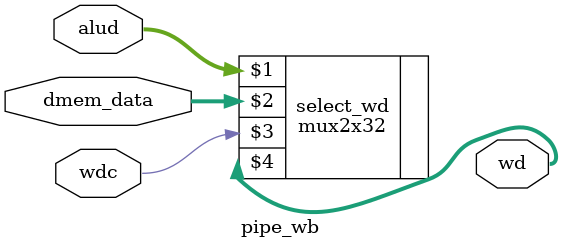
<source format=v>
`timescale 1ns / 1ps
module pipe_wb(
		input [31:0] dmem_data,
		input [31:0] alud,
		input wdc,
		output [31:0] wd
    );

mux2x32 select_wd(alud, dmem_data, wdc, wd);
endmodule

</source>
